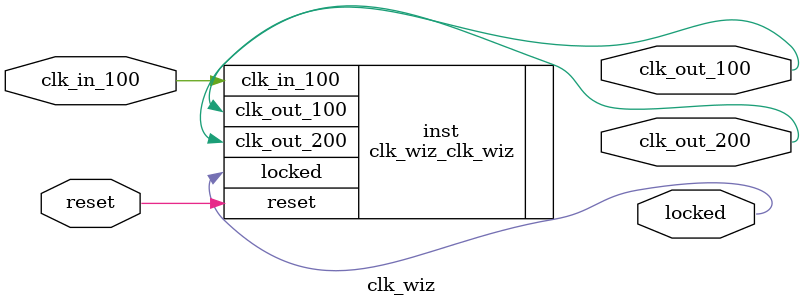
<source format=v>


`timescale 1ps/1ps

(* CORE_GENERATION_INFO = "clk_wiz,clk_wiz_v6_0_4_0_0,{component_name=clk_wiz,use_phase_alignment=true,use_min_o_jitter=false,use_max_i_jitter=false,use_dyn_phase_shift=false,use_inclk_switchover=false,use_dyn_reconfig=false,enable_axi=0,feedback_source=FDBK_AUTO,PRIMITIVE=MMCM,num_out_clk=2,clkin1_period=10.000,clkin2_period=10.000,use_power_down=false,use_reset=true,use_locked=true,use_inclk_stopped=false,feedback_type=SINGLE,CLOCK_MGR_TYPE=NA,manual_override=false}" *)

module clk_wiz 
 (
  // Clock out ports
  output        clk_out_100,
  output        clk_out_200,
  // Status and control signals
  input         reset,
  output        locked,
 // Clock in ports
  input         clk_in_100
 );

  clk_wiz_clk_wiz inst
  (
  // Clock out ports  
  .clk_out_100(clk_out_100),
  .clk_out_200(clk_out_200),
  // Status and control signals               
  .reset(reset), 
  .locked(locked),
 // Clock in ports
  .clk_in_100(clk_in_100)
  );

endmodule

</source>
